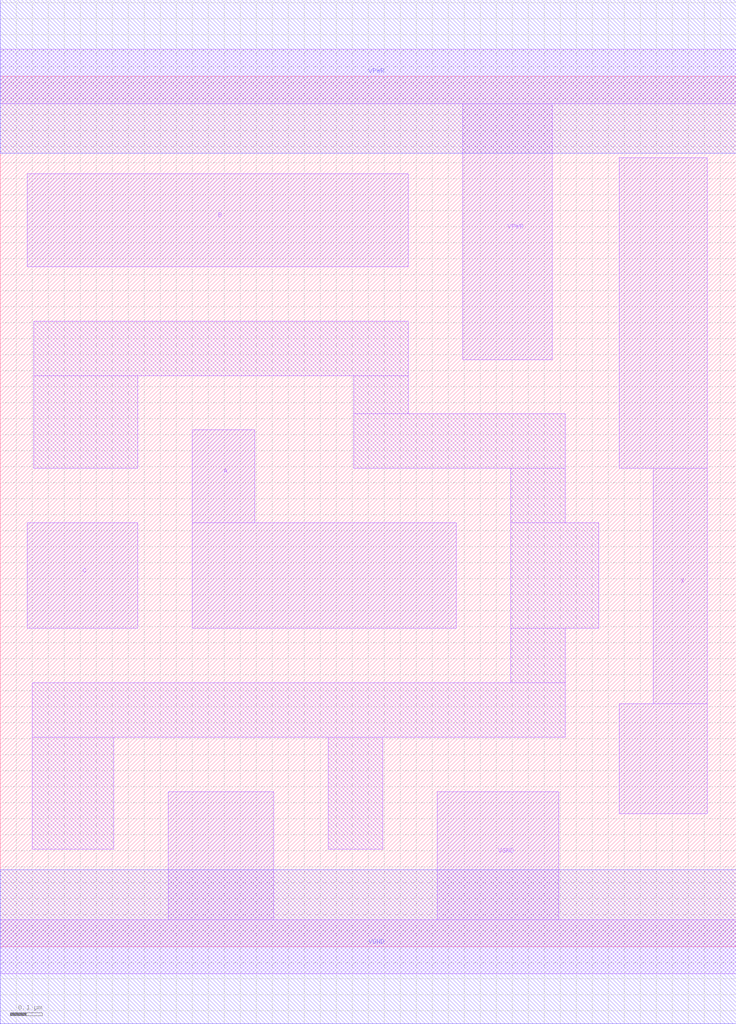
<source format=lef>
# Copyright 2020 The SkyWater PDK Authors
#
# Licensed under the Apache License, Version 2.0 (the "License");
# you may not use this file except in compliance with the License.
# You may obtain a copy of the License at
#
#     https://www.apache.org/licenses/LICENSE-2.0
#
# Unless required by applicable law or agreed to in writing, software
# distributed under the License is distributed on an "AS IS" BASIS,
# WITHOUT WARRANTIES OR CONDITIONS OF ANY KIND, either express or implied.
# See the License for the specific language governing permissions and
# limitations under the License.
#
# SPDX-License-Identifier: Apache-2.0

VERSION 5.5 ;
NAMESCASESENSITIVE ON ;
BUSBITCHARS "[]" ;
DIVIDERCHAR "/" ;
MACRO sky130_fd_sc_hd__or3_1
  CLASS CORE ;
  SOURCE USER ;
  ORIGIN  0.000000  0.000000 ;
  SIZE  2.300000 BY  2.720000 ;
  SYMMETRY X Y R90 ;
  SITE unithd ;
  PIN A
    ANTENNAGATEAREA  0.126000 ;
    DIRECTION INPUT ;
    USE SIGNAL ;
    PORT
      LAYER li1 ;
        RECT 0.600000 0.995000 1.425000 1.325000 ;
        RECT 0.600000 1.325000 0.795000 1.615000 ;
    END
  END A
  PIN B
    ANTENNAGATEAREA  0.126000 ;
    DIRECTION INPUT ;
    USE SIGNAL ;
    PORT
      LAYER li1 ;
        RECT 0.085000 2.125000 1.275000 2.415000 ;
    END
  END B
  PIN C
    ANTENNAGATEAREA  0.126000 ;
    DIRECTION INPUT ;
    USE SIGNAL ;
    PORT
      LAYER li1 ;
        RECT 0.085000 0.995000 0.430000 1.325000 ;
    END
  END C
  PIN X
    ANTENNADIFFAREA  0.462000 ;
    DIRECTION OUTPUT ;
    USE SIGNAL ;
    PORT
      LAYER li1 ;
        RECT 1.935000 0.415000 2.210000 0.760000 ;
        RECT 1.935000 1.495000 2.210000 2.465000 ;
        RECT 2.040000 0.760000 2.210000 1.495000 ;
    END
  END X
  PIN VGND
    DIRECTION INOUT ;
    SHAPE ABUTMENT ;
    USE GROUND ;
    PORT
      LAYER li1 ;
        RECT 0.000000 -0.085000 2.300000 0.085000 ;
        RECT 0.525000  0.085000 0.855000 0.485000 ;
        RECT 1.365000  0.085000 1.745000 0.485000 ;
    END
    PORT
      LAYER met1 ;
        RECT 0.000000 -0.240000 2.300000 0.240000 ;
    END
  END VGND
  PIN VPWR
    DIRECTION INOUT ;
    SHAPE ABUTMENT ;
    USE POWER ;
    PORT
      LAYER li1 ;
        RECT 0.000000 2.635000 2.300000 2.805000 ;
        RECT 1.445000 1.835000 1.725000 2.635000 ;
    END
    PORT
      LAYER met1 ;
        RECT 0.000000 2.480000 2.300000 2.960000 ;
    END
  END VPWR
  OBS
    LAYER li1 ;
      RECT 0.100000 0.305000 0.355000 0.655000 ;
      RECT 0.100000 0.655000 1.765000 0.825000 ;
      RECT 0.105000 1.495000 0.430000 1.785000 ;
      RECT 0.105000 1.785000 1.275000 1.955000 ;
      RECT 1.025000 0.305000 1.195000 0.655000 ;
      RECT 1.105000 1.495000 1.765000 1.665000 ;
      RECT 1.105000 1.665000 1.275000 1.785000 ;
      RECT 1.595000 0.825000 1.765000 0.995000 ;
      RECT 1.595000 0.995000 1.870000 1.325000 ;
      RECT 1.595000 1.325000 1.765000 1.495000 ;
  END
END sky130_fd_sc_hd__or3_1
END LIBRARY

</source>
